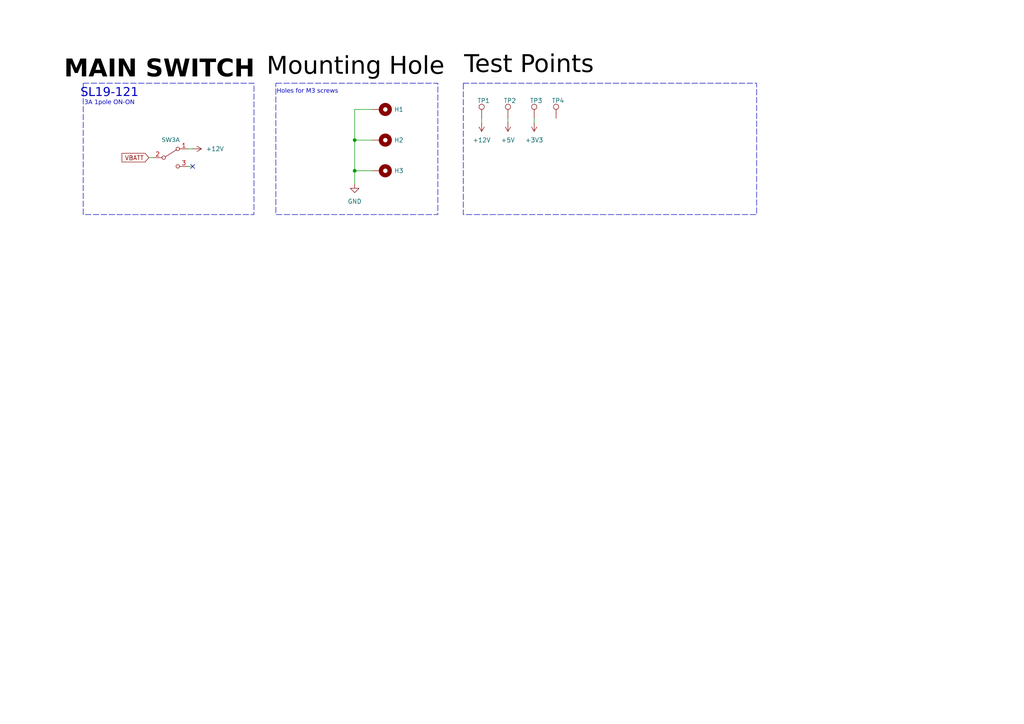
<source format=kicad_sch>
(kicad_sch (version 20250114) (generator "eeschema") (generator_version "9.0")
  (paper "A4")
  (lib_symbols
    (symbol "Connector:TestPoint" (pin_numbers (hide yes)) (pin_names (offset 0.762) (hide yes))
      (property "Reference" "TP" (at 0 6.858 0))
      (property "Value" "TestPoint" (at 0 5.08 0))
      (symbol "TestPoint_0_1"
        (circle (center 0 3.302) (radius 0.762))
      )
      (symbol "TestPoint_1_1"
        (pin passive line (at 0 0 90) (length 2.54) (name "1") (number "1"))
      )
    )
    (symbol "Mechanical:MountingHole_Pad" (pin_numbers (hide yes)) (pin_names (offset 1.016) (hide yes)) (in_bom no)
      (property "Reference" "H" (at 0 6.35 0))
      (property "Value" "MountingHole_Pad" (at 0 4.445 0))
      (symbol "MountingHole_Pad_0_1"
        (circle (center 0 1.27) (radius 1.27) (stroke (width 1.27)))
      )
      (symbol "MountingHole_Pad_1_1"
        (pin input line (at 0 -2.54 90) (length 2.54) (name "1") (number "1"))
      )
    )
    (symbol "Switch:SW_DPDT_x2" (pin_names (offset 0) (hide yes))
      (property "Reference" "SW" (at 0 4.318 0))
      (property "Value" "SW_DPDT_x2" (at 0 -5.08 0))
      (symbol "SW_DPDT_x2_0_0"
        (circle (center -2.032 0) (radius 0.508))
        (circle (center 2.032 -2.54) (radius 0.508))
      )
      (symbol "SW_DPDT_x2_0_1"
        (polyline (pts (xy -1.524 0.254) (xy 1.651 2.286)))
        (circle (center 2.032 2.54) (radius 0.508))
      )
      (symbol "SW_DPDT_x2_1_1"
        (pin passive line (at -5.08 0 0) (length 2.54) (name "B") (number "2"))
        (pin passive line (at 5.08 2.54 180) (length 2.54) (name "A") (number "1"))
        (pin passive line (at 5.08 -2.54 180) (length 2.54) (name "C") (number "3"))
      )
      (symbol "SW_DPDT_x2_2_1"
        (pin passive line (at -5.08 0 0) (length 2.54) (name "B") (number "5"))
        (pin passive line (at 5.08 2.54 180) (length 2.54) (name "A") (number "4"))
        (pin passive line (at 5.08 -2.54 180) (length 2.54) (name "C") (number "6"))
      )
    )
    (symbol "power:+12V" (power) (pin_numbers (hide yes)) (pin_names (offset 0) (hide yes))
      (property "Value" "+12V" (at 0 3.556 0))
      (symbol "+12V_0_1"
        (polyline (pts (xy -0.762 1.27) (xy 0 2.54)))
        (polyline (pts (xy 0 2.54) (xy 0.762 1.27)))
        (polyline (pts (xy 0 0) (xy 0 2.54)))
      )
      (symbol "+12V_1_1"
        (pin power_in line (at 0 0 90) (length 0) (name "~") (number "1"))
      )
    )
    (symbol "power:+3V3" (power) (pin_numbers (hide yes)) (pin_names (offset 0) (hide yes))
      (property "Value" "+3V3" (at 0 3.556 0))
      (symbol "+3V3_0_1"
        (polyline (pts (xy -0.762 1.27) (xy 0 2.54)))
        (polyline (pts (xy 0 2.54) (xy 0.762 1.27)))
        (polyline (pts (xy 0 0) (xy 0 2.54)))
      )
      (symbol "+3V3_1_1"
        (pin power_in line (at 0 0 90) (length 0) (name "~") (number "1"))
      )
    )
    (symbol "power:+5V" (power) (pin_numbers (hide yes)) (pin_names (offset 0) (hide yes))
      (property "Value" "+5V" (at 0 3.556 0))
      (symbol "+5V_0_1"
        (polyline (pts (xy -0.762 1.27) (xy 0 2.54)))
        (polyline (pts (xy 0 2.54) (xy 0.762 1.27)))
        (polyline (pts (xy 0 0) (xy 0 2.54)))
      )
      (symbol "+5V_1_1"
        (pin power_in line (at 0 0 90) (length 0) (name "~") (number "1"))
      )
    )
    (symbol "power:GND" (power) (pin_numbers (hide yes)) (pin_names (offset 0) (hide yes))
      (property "Value" "GND" (at 0 -3.81 0))
      (symbol "GND_0_1"
        (polyline (pts (xy 0 0) (xy 0 -1.27) (xy 1.27 -1.27) (xy 0 -2.54) (xy -1.27 -1.27) (xy 0 -1.27)))
      )
      (symbol "GND_1_1"
        (pin power_in line (at 0 0 270) (length 0) (name "~") (number "1"))
      )
    )
  )
  (rectangle (start 24.13 24.13) (end 73.66 62.23) (stroke (width 0) (type dash)))
  (rectangle (start 80.01 24.13) (end 127 62.23) (stroke (width 0) (type dash)))
  (rectangle (start 134.366 24.13) (end 219.456 62.23) (stroke (width 0) (type dash)))
  (text "3A 1pole ON-ON" (at 31.75 30.226 0) (effects (font (size 1.27 1.27))))
  (text "Mounting Hole" (at 103.124 20.828 0) (effects (font (size 5.08 5.08))))
  (text "SL19-121" (at 31.75 27.686 0) (effects (font (size 2.54 2.54))))
  (text "Holes for M3 screws" (at 89.154 26.924 0) (effects (font (size 1.27 1.27))))
  (text "Test Points" (at 134.62 20.32 0) (effects (font (size 5.08 5.08) (thickness 0.254)) (justify left)))
  (text "MAIN SWITCH" (at 46.228 21.59 0) (effects (font (size 5.08 5.08) (bold yes))))
  (junction (at 102.87 40.64))
  (junction (at 102.87 49.53))
  (no_connect (at 55.88 48.26))
  (wire (pts (xy 102.87 40.64) (xy 102.87 49.53)))
  (wire (pts (xy 107.95 49.53) (xy 102.87 49.53)))
  (wire (pts (xy 102.87 49.53) (xy 102.87 53.34)))
  (wire (pts (xy 102.87 31.75) (xy 102.87 40.64)))
  (wire (pts (xy 55.88 48.26) (xy 54.61 48.26)))
  (wire (pts (xy 139.7 35.56) (xy 139.7 34.29)))
  (wire (pts (xy 43.18 45.72) (xy 44.45 45.72)))
  (wire (pts (xy 107.95 40.64) (xy 102.87 40.64)))
  (wire (pts (xy 55.88 43.18) (xy 54.61 43.18)))
  (wire (pts (xy 147.32 34.29) (xy 147.32 35.56)))
  (wire (pts (xy 107.95 31.75) (xy 102.87 31.75)))
  (wire (pts (xy 154.94 34.29) (xy 154.94 35.56)))
  (global_label "VBATT" (shape input) (at 43.18 45.72 180) (property "Intersheetrefs" "${INTERSHEET_REFS}" (effects (hide yes))))
  (symbol (lib_id "Connector:TestPoint") (at 147.32 34.29 0) (unit 1)
    (property "Reference" "TP2" (at 146.05 29.21 0) (effects (justify left)))
    (property "Value" "TestPoint" (effects (hide yes)))
    (property "Footprint" "TestPoint:TestPoint_Pad_D1.0mm" (effects (hide yes)))
    (property "Description" "test point" (effects (hide yes)))
  )
  (symbol (lib_id "power:+12V") (at 139.7 35.56 180) (unit 1)
    (property "Reference" "#PWR08" (effects (hide yes)))
    (property "Value" "+12V" (at 139.7 40.64 0))
    (property "Description" "Power symbol creates a global label with name \"+12V\"" (effects (hide yes)))
  )
  (symbol (lib_id "power:GND") (at 102.87 53.34 0) (unit 1)
    (property "Reference" "#PWR05" (effects (hide yes)))
    (property "Value" "GND" (at 102.87 58.42 0))
    (property "Description" "Power symbol creates a global label with name \"GND\" , ground" (effects (hide yes)))
  )
  (symbol (lib_id "Mechanical:MountingHole_Pad") (at 110.49 49.53 270) (unit 1) (in_bom no)
    (property "Reference" "H3" (at 114.3 49.53 90) (effects (justify left)))
    (property "Value" "MountingHole_Pad" (effects (hide yes)))
    (property "Footprint" "MountingHole:MountingHole_3.2mm_M3_Pad" (effects (hide yes)))
    (property "Description" "Mounting Hole with connection" (effects (hide yes)))
  )
  (symbol (lib_id "Switch:SW_DPDT_x2") (at 49.53 45.72 0) (unit 1)
    (property "Reference" "SW3" (at 49.53 40.64 0))
    (property "Value" "SW_DPDT_x2" (effects (hide yes)))
    (property "Footprint" "neo_sumec_board:255SB" (effects (hide yes)))
  )
  (symbol (lib_id "Mechanical:MountingHole_Pad") (at 110.49 31.75 270) (unit 1) (in_bom no)
    (property "Reference" "H1" (at 114.3 31.75 90) (effects (justify left)))
    (property "Value" "MountingHole_Pad" (effects (hide yes)))
    (property "Footprint" "MountingHole:MountingHole_3.2mm_M3_Pad" (effects (hide yes)))
    (property "Description" "Mounting Hole with connection" (effects (hide yes)))
  )
  (symbol (lib_id "Connector:TestPoint") (at 161.29 34.29 0) (unit 1)
    (property "Reference" "TP4" (at 160.02 29.21 0) (effects (justify left)))
    (property "Value" "TestPoint" (effects (hide yes)))
    (property "Footprint" "TestPoint:TestPoint_Pad_D1.0mm" (effects (hide yes)))
    (property "Description" "test point" (effects (hide yes)))
  )
  (symbol (lib_id "Connector:TestPoint") (at 139.7 34.29 0) (unit 1)
    (property "Reference" "TP1" (at 138.43 29.21 0) (effects (justify left)))
    (property "Value" "TestPoint" (effects (hide yes)))
    (property "Footprint" "TestPoint:TestPoint_Pad_D1.0mm" (effects (hide yes)))
    (property "Description" "test point" (effects (hide yes)))
  )
  (symbol (lib_id "power:+12V") (at 55.88 43.18 270) (unit 1)
    (property "Reference" "#PWR03" (effects (hide yes)))
    (property "Value" "+12V" (at 59.69 43.1799 90) (effects (justify left)))
    (property "Description" "Power symbol creates a global label with name \"+12V\"" (effects (hide yes)))
  )
  (symbol (lib_id "Mechanical:MountingHole_Pad") (at 110.49 40.64 270) (unit 1) (in_bom no)
    (property "Reference" "H2" (at 114.3 40.64 90) (effects (justify left)))
    (property "Value" "MountingHole_Pad" (effects (hide yes)))
    (property "Footprint" "MountingHole:MountingHole_3.2mm_M3_Pad" (effects (hide yes)))
    (property "Description" "Mounting Hole with connection" (effects (hide yes)))
  )
  (symbol (lib_id "Connector:TestPoint") (at 154.94 34.29 0) (unit 1)
    (property "Reference" "TP3" (at 153.67 29.21 0) (effects (justify left)))
    (property "Value" "TestPoint" (effects (hide yes)))
    (property "Footprint" "TestPoint:TestPoint_Pad_D1.0mm" (effects (hide yes)))
    (property "Description" "test point" (effects (hide yes)))
  )
  (symbol (lib_id "power:+5V") (at 147.32 35.56 180) (unit 1)
    (property "Reference" "#PWR013" (effects (hide yes)))
    (property "Value" "+5V" (at 147.32 40.64 0))
    (property "Description" "Power symbol creates a global label with name \"+5V\"" (effects (hide yes)))
  )
  (symbol (lib_id "power:+3V3") (at 154.94 35.56 180) (unit 1)
    (property "Reference" "#PWR012" (effects (hide yes)))
    (property "Value" "+3V3" (at 154.94 40.64 0))
    (property "Description" "Power symbol creates a global label with name \"+3V3\"" (effects (hide yes)))
  )
)
</source>
